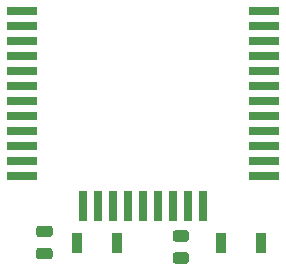
<source format=gbr>
%TF.GenerationSoftware,KiCad,Pcbnew,(5.1.6)-1*%
%TF.CreationDate,2020-11-02T21:17:58+02:00*%
%TF.ProjectId,zigbee-raspberry-module,7a696762-6565-42d7-9261-737062657272,rev?*%
%TF.SameCoordinates,Original*%
%TF.FileFunction,Paste,Top*%
%TF.FilePolarity,Positive*%
%FSLAX46Y46*%
G04 Gerber Fmt 4.6, Leading zero omitted, Abs format (unit mm)*
G04 Created by KiCad (PCBNEW (5.1.6)-1) date 2020-11-02 21:17:58*
%MOMM*%
%LPD*%
G01*
G04 APERTURE LIST*
%ADD10R,2.600000X0.700000*%
%ADD11R,0.700000X2.600000*%
%ADD12R,0.900000X1.700000*%
G04 APERTURE END LIST*
%TO.C,C1*%
G36*
G01*
X150165750Y-103066000D02*
X151078250Y-103066000D01*
G75*
G02*
X151322000Y-103309750I0J-243750D01*
G01*
X151322000Y-103797250D01*
G75*
G02*
X151078250Y-104041000I-243750J0D01*
G01*
X150165750Y-104041000D01*
G75*
G02*
X149922000Y-103797250I0J243750D01*
G01*
X149922000Y-103309750D01*
G75*
G02*
X150165750Y-103066000I243750J0D01*
G01*
G37*
G36*
G01*
X150165750Y-101191000D02*
X151078250Y-101191000D01*
G75*
G02*
X151322000Y-101434750I0J-243750D01*
G01*
X151322000Y-101922250D01*
G75*
G02*
X151078250Y-102166000I-243750J0D01*
G01*
X150165750Y-102166000D01*
G75*
G02*
X149922000Y-101922250I0J243750D01*
G01*
X149922000Y-101434750D01*
G75*
G02*
X150165750Y-101191000I243750J0D01*
G01*
G37*
%TD*%
D10*
%TO.C,U1*%
X137190000Y-96560001D03*
X157690000Y-96560001D03*
D11*
X147440000Y-99100001D03*
D10*
X137190000Y-95290001D03*
X137190000Y-94020001D03*
X137190000Y-92750001D03*
X137190000Y-91480001D03*
X137190000Y-90210001D03*
X137190000Y-88940001D03*
X137190000Y-87670001D03*
X137190000Y-86400001D03*
X137190000Y-85130001D03*
X137190000Y-83860001D03*
X137190000Y-82590001D03*
X157690000Y-95290001D03*
X157690000Y-94020001D03*
X157690000Y-92750001D03*
X157690000Y-91480001D03*
X157690000Y-90210001D03*
X157690000Y-88940001D03*
X157690000Y-87670001D03*
X157690000Y-86400001D03*
X157690000Y-85130001D03*
X157690000Y-83860001D03*
X157690000Y-82590001D03*
D11*
X148710000Y-99100001D03*
X149980000Y-99100001D03*
X151250000Y-99100001D03*
X152520000Y-99100001D03*
X146170000Y-99100001D03*
X144900000Y-99100001D03*
X143630000Y-99100001D03*
X142360000Y-99100001D03*
%TD*%
D12*
%TO.C,RESET*%
X145210000Y-102235000D03*
X141810000Y-102235000D03*
%TD*%
%TO.C,FLASH*%
X154002000Y-102235000D03*
X157402000Y-102235000D03*
%TD*%
%TO.C,R1*%
G36*
G01*
X138608750Y-102685000D02*
X139521250Y-102685000D01*
G75*
G02*
X139765000Y-102928750I0J-243750D01*
G01*
X139765000Y-103416250D01*
G75*
G02*
X139521250Y-103660000I-243750J0D01*
G01*
X138608750Y-103660000D01*
G75*
G02*
X138365000Y-103416250I0J243750D01*
G01*
X138365000Y-102928750D01*
G75*
G02*
X138608750Y-102685000I243750J0D01*
G01*
G37*
G36*
G01*
X138608750Y-100810000D02*
X139521250Y-100810000D01*
G75*
G02*
X139765000Y-101053750I0J-243750D01*
G01*
X139765000Y-101541250D01*
G75*
G02*
X139521250Y-101785000I-243750J0D01*
G01*
X138608750Y-101785000D01*
G75*
G02*
X138365000Y-101541250I0J243750D01*
G01*
X138365000Y-101053750D01*
G75*
G02*
X138608750Y-100810000I243750J0D01*
G01*
G37*
%TD*%
M02*

</source>
